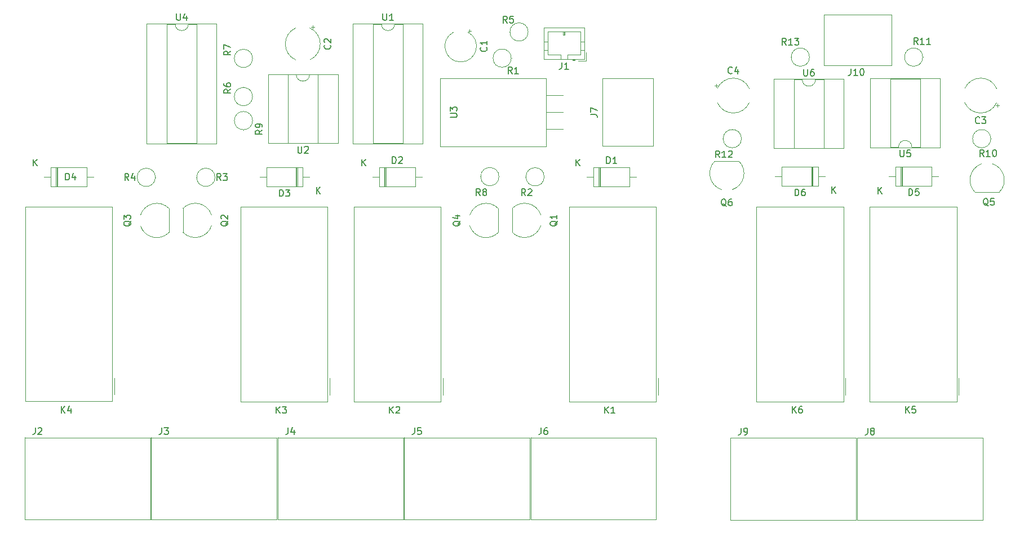
<source format=gbr>
%TF.GenerationSoftware,KiCad,Pcbnew,5.0.2-bee76a0~70~ubuntu16.04.1*%
%TF.CreationDate,2018-12-19T01:31:24+02:00*%
%TF.ProjectId,isolation-transformer,69736f6c-6174-4696-9f6e-2d7472616e73,rev?*%
%TF.SameCoordinates,Original*%
%TF.FileFunction,Legend,Top*%
%TF.FilePolarity,Positive*%
%FSLAX46Y46*%
G04 Gerber Fmt 4.6, Leading zero omitted, Abs format (unit mm)*
G04 Created by KiCad (PCBNEW 5.0.2-bee76a0~70~ubuntu16.04.1) date Wed 19 Dec 2018 01:31:24 AM EET*
%MOMM*%
%LPD*%
G01*
G04 APERTURE LIST*
%ADD10C,0.120000*%
%ADD11C,0.150000*%
G04 APERTURE END LIST*
D10*
X143340000Y-41003600D02*
X143340000Y-48623600D01*
X143340000Y-48623600D02*
X153500000Y-48623600D01*
X153500000Y-48623600D02*
X153500000Y-41003600D01*
X153500000Y-41003600D02*
X143340000Y-41003600D01*
X117710000Y-50557600D02*
X110090000Y-50557600D01*
X110090000Y-50557600D02*
X110090000Y-60717600D01*
X110090000Y-60717600D02*
X117710000Y-60717600D01*
X117710000Y-60717600D02*
X117710000Y-50557600D01*
X80137000Y-104521000D02*
X61264800Y-104521000D01*
X80137000Y-116840000D02*
X80137000Y-104521000D01*
X61264800Y-116840000D02*
X80137000Y-116840000D01*
X61264800Y-104495600D02*
X61264800Y-116840000D01*
X57485000Y-47545160D02*
G75*
G03X57485000Y-47545160I-1370000J0D01*
G01*
X56115000Y-46175160D02*
X56115000Y-46105160D01*
X56115000Y-51915560D02*
X56115000Y-51845560D01*
X57485000Y-53285560D02*
G75*
G03X57485000Y-53285560I-1370000J0D01*
G01*
X56115000Y-58262360D02*
X56115000Y-58332360D01*
X57485000Y-56892360D02*
G75*
G03X57485000Y-56892360I-1370000J0D01*
G01*
X96347000Y-47509600D02*
X96417000Y-47509600D01*
X96347000Y-47509600D02*
G75*
G03X96347000Y-47509600I-1370000J0D01*
G01*
X96147000Y-43572600D02*
X96077000Y-43572600D01*
X98887000Y-43572600D02*
G75*
G03X98887000Y-43572600I-1370000J0D01*
G01*
X101574000Y-53097600D02*
X104114000Y-53097600D01*
X101574000Y-55637600D02*
X104114000Y-55637600D01*
X101574000Y-58177600D02*
X104114000Y-58177600D01*
X85684000Y-50517600D02*
X101574000Y-50517600D01*
X85684000Y-60757600D02*
X101574000Y-60757600D01*
X85684000Y-60757600D02*
X85684000Y-50517600D01*
X101574000Y-60757600D02*
X101574000Y-50517600D01*
X98560000Y-65340400D02*
X98490000Y-65340400D01*
X101300000Y-65340400D02*
G75*
G03X101300000Y-65340400I-1370000J0D01*
G01*
X91765500Y-65312460D02*
X91695500Y-65312460D01*
X94505500Y-65312460D02*
G75*
G03X94505500Y-65312460I-1370000J0D01*
G01*
X49093500Y-65416600D02*
X49023500Y-65416600D01*
X51833500Y-65416600D02*
G75*
G03X51833500Y-65416600I-1370000J0D01*
G01*
X42880000Y-65416600D02*
X42950000Y-65416600D01*
X42880000Y-65416600D02*
G75*
G03X42880000Y-65416600I-1370000J0D01*
G01*
X87694000Y-43591860D02*
G75*
G03X89814000Y-43591859I1060000J-2119740D01*
G01*
X90089000Y-43174312D02*
X90089000Y-43624312D01*
X90314000Y-43399312D02*
X89864000Y-43399312D01*
X66755400Y-42816785D02*
X66255400Y-42816785D01*
X66505400Y-42566785D02*
X66505400Y-43066785D01*
X63970400Y-47767557D02*
G75*
G02X63970400Y-42975563I1060000J2395997D01*
G01*
X66090400Y-47767557D02*
G75*
G03X66090400Y-42975563I-1060000J2395997D01*
G01*
X109483500Y-63883100D02*
X109483500Y-66823100D01*
X109723500Y-63883100D02*
X109723500Y-66823100D01*
X109603500Y-63883100D02*
X109603500Y-66823100D01*
X115163500Y-65353100D02*
X114143500Y-65353100D01*
X107683500Y-65353100D02*
X108703500Y-65353100D01*
X114143500Y-63883100D02*
X108703500Y-63883100D01*
X114143500Y-66823100D02*
X114143500Y-63883100D01*
X108703500Y-66823100D02*
X114143500Y-66823100D01*
X108703500Y-63883100D02*
X108703500Y-66823100D01*
X76509000Y-63883100D02*
X76509000Y-66823100D01*
X76509000Y-66823100D02*
X81949000Y-66823100D01*
X81949000Y-66823100D02*
X81949000Y-63883100D01*
X81949000Y-63883100D02*
X76509000Y-63883100D01*
X75489000Y-65353100D02*
X76509000Y-65353100D01*
X82969000Y-65353100D02*
X81949000Y-65353100D01*
X77409000Y-63883100D02*
X77409000Y-66823100D01*
X77529000Y-63883100D02*
X77529000Y-66823100D01*
X77289000Y-63883100D02*
X77289000Y-66823100D01*
X64994500Y-66823100D02*
X64994500Y-63883100D01*
X64994500Y-63883100D02*
X59554500Y-63883100D01*
X59554500Y-63883100D02*
X59554500Y-66823100D01*
X59554500Y-66823100D02*
X64994500Y-66823100D01*
X66014500Y-65353100D02*
X64994500Y-65353100D01*
X58534500Y-65353100D02*
X59554500Y-65353100D01*
X64094500Y-66823100D02*
X64094500Y-63883100D01*
X63974500Y-66823100D02*
X63974500Y-63883100D01*
X64214500Y-66823100D02*
X64214500Y-63883100D01*
X27949500Y-63883100D02*
X27949500Y-66823100D01*
X28189500Y-63883100D02*
X28189500Y-66823100D01*
X28069500Y-63883100D02*
X28069500Y-66823100D01*
X33629500Y-65353100D02*
X32609500Y-65353100D01*
X26149500Y-65353100D02*
X27169500Y-65353100D01*
X32609500Y-63883100D02*
X27169500Y-63883100D01*
X32609500Y-66823100D02*
X32609500Y-63883100D01*
X27169500Y-66823100D02*
X32609500Y-66823100D01*
X27169500Y-63883100D02*
X27169500Y-66823100D01*
X107324000Y-47627960D02*
X107324000Y-42907960D01*
X107324000Y-42907960D02*
X101204000Y-42907960D01*
X101204000Y-42907960D02*
X101204000Y-47627960D01*
X101204000Y-47627960D02*
X107324000Y-47627960D01*
X105564000Y-47627960D02*
X105564000Y-47827960D01*
X105564000Y-47827960D02*
X105864000Y-47827960D01*
X105864000Y-47827960D02*
X105864000Y-47627960D01*
X105564000Y-47727960D02*
X105864000Y-47727960D01*
X104764000Y-47627960D02*
X104764000Y-47017960D01*
X104764000Y-47017960D02*
X106714000Y-47017960D01*
X106714000Y-47017960D02*
X106714000Y-43517960D01*
X106714000Y-43517960D02*
X101814000Y-43517960D01*
X101814000Y-43517960D02*
X101814000Y-47017960D01*
X101814000Y-47017960D02*
X103764000Y-47017960D01*
X103764000Y-47017960D02*
X103764000Y-47627960D01*
X107324000Y-46317960D02*
X106714000Y-46317960D01*
X107324000Y-45017960D02*
X106714000Y-45017960D01*
X101204000Y-46317960D02*
X101814000Y-46317960D01*
X101204000Y-45017960D02*
X101814000Y-45017960D01*
X104364000Y-43517960D02*
X104364000Y-44017960D01*
X104364000Y-44017960D02*
X104164000Y-44017960D01*
X104164000Y-44017960D02*
X104164000Y-43517960D01*
X104264000Y-43517960D02*
X104264000Y-44017960D01*
X106374000Y-47927960D02*
X107624000Y-47927960D01*
X107624000Y-47927960D02*
X107624000Y-46677960D01*
X42138600Y-104521000D02*
X23266400Y-104521000D01*
X42138600Y-116840000D02*
X42138600Y-104521000D01*
X23266400Y-116840000D02*
X42138600Y-116840000D01*
X23266400Y-104495600D02*
X23266400Y-116840000D01*
X61137800Y-104521000D02*
X42265600Y-104521000D01*
X61137800Y-116840000D02*
X61137800Y-104521000D01*
X42265600Y-116840000D02*
X61137800Y-116840000D01*
X42265600Y-104495600D02*
X42265600Y-116840000D01*
X80264000Y-104495600D02*
X80264000Y-116840000D01*
X80264000Y-116840000D02*
X99136200Y-116840000D01*
X99136200Y-116840000D02*
X99136200Y-104521000D01*
X99136200Y-104521000D02*
X80264000Y-104521000D01*
X118135400Y-104521000D02*
X99263200Y-104521000D01*
X118135400Y-116840000D02*
X118135400Y-104521000D01*
X99263200Y-116840000D02*
X118135400Y-116840000D01*
X99263200Y-104495600D02*
X99263200Y-116840000D01*
X118077000Y-99142600D02*
X105017000Y-99142600D01*
X105017000Y-99142600D02*
X105017000Y-69882600D01*
X105017000Y-69882600D02*
X118077000Y-69882600D01*
X118077000Y-69882600D02*
X118077000Y-99142600D01*
X118397000Y-98112600D02*
X118397000Y-95612600D01*
X86075500Y-98112600D02*
X86075500Y-95612600D01*
X85755500Y-69882600D02*
X85755500Y-99142600D01*
X72695500Y-69882600D02*
X85755500Y-69882600D01*
X72695500Y-99142600D02*
X72695500Y-69882600D01*
X85755500Y-99142600D02*
X72695500Y-99142600D01*
X68737500Y-99142600D02*
X55677500Y-99142600D01*
X55677500Y-99142600D02*
X55677500Y-69882600D01*
X55677500Y-69882600D02*
X68737500Y-69882600D01*
X68737500Y-69882600D02*
X68737500Y-99142600D01*
X69057500Y-98112600D02*
X69057500Y-95612600D01*
X36736000Y-98049100D02*
X36736000Y-95549100D01*
X36416000Y-69819100D02*
X36416000Y-99079100D01*
X23356000Y-69819100D02*
X36416000Y-69819100D01*
X23356000Y-99079100D02*
X23356000Y-69819100D01*
X36416000Y-99079100D02*
X23356000Y-99079100D01*
X96514816Y-73702045D02*
G75*
G03X100792500Y-72673600I1827684J1808445D01*
G01*
X96500759Y-70081725D02*
G75*
G02X100792500Y-71073600I1841741J-1811875D01*
G01*
X96492500Y-70093600D02*
X96492500Y-73693600D01*
X47026000Y-70093600D02*
X47026000Y-73693600D01*
X47034259Y-70081725D02*
G75*
G02X51326000Y-71073600I1841741J-1811875D01*
G01*
X47048316Y-73702045D02*
G75*
G03X51326000Y-72673600I1827684J1808445D01*
G01*
X44925184Y-70085155D02*
G75*
G03X40647500Y-71113600I-1827684J-1808445D01*
G01*
X44939241Y-73705475D02*
G75*
G02X40647500Y-72713600I-1841741J1811875D01*
G01*
X44947500Y-73693600D02*
X44947500Y-70093600D01*
X94414000Y-73693600D02*
X94414000Y-70093600D01*
X94405741Y-73705475D02*
G75*
G02X90114000Y-72713600I-1841741J1811875D01*
G01*
X94391684Y-70085155D02*
G75*
G03X90114000Y-71113600I-1827684J-1808445D01*
G01*
X83082000Y-42309600D02*
X72582000Y-42309600D01*
X83082000Y-60329600D02*
X83082000Y-42309600D01*
X72582000Y-60329600D02*
X83082000Y-60329600D01*
X72582000Y-42309600D02*
X72582000Y-60329600D01*
X80082000Y-42369600D02*
X78832000Y-42369600D01*
X80082000Y-60269600D02*
X80082000Y-42369600D01*
X75582000Y-60269600D02*
X80082000Y-60269600D01*
X75582000Y-42369600D02*
X75582000Y-60269600D01*
X76832000Y-42369600D02*
X75582000Y-42369600D01*
X78832000Y-42369600D02*
G75*
G02X76832000Y-42369600I-1000000J0D01*
G01*
X66055800Y-49974360D02*
G75*
G02X64055800Y-49974360I-1000000J0D01*
G01*
X64055800Y-49974360D02*
X62805800Y-49974360D01*
X62805800Y-49974360D02*
X62805800Y-60254360D01*
X62805800Y-60254360D02*
X67305800Y-60254360D01*
X67305800Y-60254360D02*
X67305800Y-49974360D01*
X67305800Y-49974360D02*
X66055800Y-49974360D01*
X59805800Y-49914360D02*
X59805800Y-60314360D01*
X59805800Y-60314360D02*
X70305800Y-60314360D01*
X70305800Y-60314360D02*
X70305800Y-49914360D01*
X70305800Y-49914360D02*
X59805800Y-49914360D01*
X47844000Y-42369600D02*
G75*
G02X45844000Y-42369600I-1000000J0D01*
G01*
X45844000Y-42369600D02*
X44594000Y-42369600D01*
X44594000Y-42369600D02*
X44594000Y-60269600D01*
X44594000Y-60269600D02*
X49094000Y-60269600D01*
X49094000Y-60269600D02*
X49094000Y-42369600D01*
X49094000Y-42369600D02*
X47844000Y-42369600D01*
X41594000Y-42309600D02*
X41594000Y-60329600D01*
X41594000Y-60329600D02*
X52094000Y-60329600D01*
X52094000Y-60329600D02*
X52094000Y-42309600D01*
X52094000Y-42309600D02*
X41594000Y-42309600D01*
X169429775Y-54857100D02*
X169429775Y-54357100D01*
X169679775Y-54607100D02*
X169179775Y-54607100D01*
X164479003Y-52072100D02*
G75*
G02X169270997Y-52072100I2395997J-1060000D01*
G01*
X164479003Y-54192100D02*
G75*
G03X169270997Y-54192100I2395997J1060000D01*
G01*
X132106997Y-52072100D02*
G75*
G03X127315003Y-52072100I-2395997J-1060000D01*
G01*
X132106997Y-54192100D02*
G75*
G02X127315003Y-54192100I-2395997J1060000D01*
G01*
X126906225Y-51657100D02*
X127406225Y-51657100D01*
X127156225Y-51407100D02*
X127156225Y-51907100D01*
X154862000Y-63790600D02*
X154862000Y-66730600D01*
X155102000Y-63790600D02*
X155102000Y-66730600D01*
X154982000Y-63790600D02*
X154982000Y-66730600D01*
X160542000Y-65260600D02*
X159522000Y-65260600D01*
X153062000Y-65260600D02*
X154082000Y-65260600D01*
X159522000Y-63790600D02*
X154082000Y-63790600D01*
X159522000Y-66730600D02*
X159522000Y-63790600D01*
X154082000Y-66730600D02*
X159522000Y-66730600D01*
X154082000Y-63790600D02*
X154082000Y-66730600D01*
X142440500Y-66730600D02*
X142440500Y-63790600D01*
X142440500Y-63790600D02*
X137000500Y-63790600D01*
X137000500Y-63790600D02*
X137000500Y-66730600D01*
X137000500Y-66730600D02*
X142440500Y-66730600D01*
X143460500Y-65260600D02*
X142440500Y-65260600D01*
X135980500Y-65260600D02*
X137000500Y-65260600D01*
X141540500Y-66730600D02*
X141540500Y-63790600D01*
X141420500Y-66730600D02*
X141420500Y-63790600D01*
X141660500Y-66730600D02*
X141660500Y-63790600D01*
X167190600Y-104579800D02*
X148318400Y-104579800D01*
X167190600Y-116898800D02*
X167190600Y-104579800D01*
X148318400Y-116898800D02*
X167190600Y-116898800D01*
X148318400Y-104554400D02*
X148318400Y-116898800D01*
X129268400Y-104554400D02*
X129268400Y-116898800D01*
X129268400Y-116898800D02*
X148140600Y-116898800D01*
X148140600Y-116898800D02*
X148140600Y-104579800D01*
X148140600Y-104579800D02*
X129268400Y-104579800D01*
X163585000Y-98083600D02*
X163585000Y-95583600D01*
X163265000Y-69853600D02*
X163265000Y-99113600D01*
X150205000Y-69853600D02*
X163265000Y-69853600D01*
X150205000Y-99113600D02*
X150205000Y-69853600D01*
X163265000Y-99113600D02*
X150205000Y-99113600D01*
X146247000Y-99113600D02*
X133187000Y-99113600D01*
X133187000Y-99113600D02*
X133187000Y-69853600D01*
X133187000Y-69853600D02*
X146247000Y-69853600D01*
X146247000Y-69853600D02*
X146247000Y-99113600D01*
X146567000Y-98083600D02*
X146567000Y-95583600D01*
X169659445Y-67659784D02*
G75*
G03X168631000Y-63382100I-1808445J1827684D01*
G01*
X166039125Y-67673841D02*
G75*
G02X167031000Y-63382100I1811875J1841741D01*
G01*
X166051000Y-67682100D02*
X169651000Y-67682100D01*
X130535000Y-62966100D02*
X126935000Y-62966100D01*
X130546875Y-62974359D02*
G75*
G02X129555000Y-67266100I-1811875J-1841741D01*
G01*
X126926555Y-62988416D02*
G75*
G03X127955000Y-67266100I1808445J-1827684D01*
G01*
X168395500Y-59609100D02*
G75*
G03X168395500Y-59609100I-1370000J0D01*
G01*
X168395500Y-59609100D02*
X168465500Y-59609100D01*
X158172000Y-47353600D02*
X158242000Y-47353600D01*
X158172000Y-47353600D02*
G75*
G03X158172000Y-47353600I-1370000J0D01*
G01*
X130930500Y-59609100D02*
G75*
G03X130930500Y-59609100I-1370000J0D01*
G01*
X128190500Y-59609100D02*
X128120500Y-59609100D01*
X138414000Y-47353600D02*
X138344000Y-47353600D01*
X141154000Y-47353600D02*
G75*
G03X141154000Y-47353600I-1370000J0D01*
G01*
X154532000Y-60875600D02*
G75*
G02X156532000Y-60875600I1000000J0D01*
G01*
X156532000Y-60875600D02*
X157782000Y-60875600D01*
X157782000Y-60875600D02*
X157782000Y-50595600D01*
X157782000Y-50595600D02*
X153282000Y-50595600D01*
X153282000Y-50595600D02*
X153282000Y-60875600D01*
X153282000Y-60875600D02*
X154532000Y-60875600D01*
X160782000Y-60935600D02*
X160782000Y-50535600D01*
X160782000Y-50535600D02*
X150282000Y-50535600D01*
X150282000Y-50535600D02*
X150282000Y-60935600D01*
X150282000Y-60935600D02*
X160782000Y-60935600D01*
X146304000Y-50662600D02*
X135804000Y-50662600D01*
X146304000Y-61062600D02*
X146304000Y-50662600D01*
X135804000Y-61062600D02*
X146304000Y-61062600D01*
X135804000Y-50662600D02*
X135804000Y-61062600D01*
X143304000Y-50722600D02*
X142054000Y-50722600D01*
X143304000Y-61002600D02*
X143304000Y-50722600D01*
X138804000Y-61002600D02*
X143304000Y-61002600D01*
X138804000Y-50722600D02*
X138804000Y-61002600D01*
X140054000Y-50722600D02*
X138804000Y-50722600D01*
X142054000Y-50722600D02*
G75*
G02X140054000Y-50722600I-1000000J0D01*
G01*
D11*
X147380476Y-49091980D02*
X147380476Y-49806266D01*
X147332857Y-49949123D01*
X147237619Y-50044361D01*
X147094761Y-50091980D01*
X146999523Y-50091980D01*
X148380476Y-50091980D02*
X147809047Y-50091980D01*
X148094761Y-50091980D02*
X148094761Y-49091980D01*
X147999523Y-49234838D01*
X147904285Y-49330076D01*
X147809047Y-49377695D01*
X148999523Y-49091980D02*
X149094761Y-49091980D01*
X149190000Y-49139600D01*
X149237619Y-49187219D01*
X149285238Y-49282457D01*
X149332857Y-49472933D01*
X149332857Y-49711028D01*
X149285238Y-49901504D01*
X149237619Y-49996742D01*
X149190000Y-50044361D01*
X149094761Y-50091980D01*
X148999523Y-50091980D01*
X148904285Y-50044361D01*
X148856666Y-49996742D01*
X148809047Y-49901504D01*
X148761428Y-49711028D01*
X148761428Y-49472933D01*
X148809047Y-49282457D01*
X148856666Y-49187219D01*
X148904285Y-49139600D01*
X148999523Y-49091980D01*
X108272380Y-55970933D02*
X108986666Y-55970933D01*
X109129523Y-56018552D01*
X109224761Y-56113790D01*
X109272380Y-56256647D01*
X109272380Y-56351885D01*
X108272380Y-55589980D02*
X108272380Y-54923314D01*
X109272380Y-55351885D01*
X62836466Y-103033580D02*
X62836466Y-103747866D01*
X62788847Y-103890723D01*
X62693609Y-103985961D01*
X62550752Y-104033580D01*
X62455514Y-104033580D01*
X63741228Y-103366914D02*
X63741228Y-104033580D01*
X63503133Y-102985961D02*
X63265038Y-103700247D01*
X63884085Y-103700247D01*
X54197380Y-46441826D02*
X53721190Y-46775160D01*
X54197380Y-47013255D02*
X53197380Y-47013255D01*
X53197380Y-46632302D01*
X53245000Y-46537064D01*
X53292619Y-46489445D01*
X53387857Y-46441826D01*
X53530714Y-46441826D01*
X53625952Y-46489445D01*
X53673571Y-46537064D01*
X53721190Y-46632302D01*
X53721190Y-47013255D01*
X53197380Y-46108493D02*
X53197380Y-45441826D01*
X54197380Y-45870398D01*
X54197380Y-52182226D02*
X53721190Y-52515560D01*
X54197380Y-52753655D02*
X53197380Y-52753655D01*
X53197380Y-52372702D01*
X53245000Y-52277464D01*
X53292619Y-52229845D01*
X53387857Y-52182226D01*
X53530714Y-52182226D01*
X53625952Y-52229845D01*
X53673571Y-52277464D01*
X53721190Y-52372702D01*
X53721190Y-52753655D01*
X53197380Y-51325083D02*
X53197380Y-51515560D01*
X53245000Y-51610798D01*
X53292619Y-51658417D01*
X53435476Y-51753655D01*
X53625952Y-51801274D01*
X54006904Y-51801274D01*
X54102142Y-51753655D01*
X54149761Y-51706036D01*
X54197380Y-51610798D01*
X54197380Y-51420321D01*
X54149761Y-51325083D01*
X54102142Y-51277464D01*
X54006904Y-51229845D01*
X53768809Y-51229845D01*
X53673571Y-51277464D01*
X53625952Y-51325083D01*
X53578333Y-51420321D01*
X53578333Y-51610798D01*
X53625952Y-51706036D01*
X53673571Y-51753655D01*
X53768809Y-51801274D01*
X58937380Y-58329026D02*
X58461190Y-58662360D01*
X58937380Y-58900455D02*
X57937380Y-58900455D01*
X57937380Y-58519502D01*
X57985000Y-58424264D01*
X58032619Y-58376645D01*
X58127857Y-58329026D01*
X58270714Y-58329026D01*
X58365952Y-58376645D01*
X58413571Y-58424264D01*
X58461190Y-58519502D01*
X58461190Y-58900455D01*
X58937380Y-57852836D02*
X58937380Y-57662360D01*
X58889761Y-57567121D01*
X58842142Y-57519502D01*
X58699285Y-57424264D01*
X58508809Y-57376645D01*
X58127857Y-57376645D01*
X58032619Y-57424264D01*
X57985000Y-57471883D01*
X57937380Y-57567121D01*
X57937380Y-57757598D01*
X57985000Y-57852836D01*
X58032619Y-57900455D01*
X58127857Y-57948074D01*
X58365952Y-57948074D01*
X58461190Y-57900455D01*
X58508809Y-57852836D01*
X58556428Y-57757598D01*
X58556428Y-57567121D01*
X58508809Y-57471883D01*
X58461190Y-57424264D01*
X58365952Y-57376645D01*
X96471493Y-49836500D02*
X96138160Y-49360310D01*
X95900064Y-49836500D02*
X95900064Y-48836500D01*
X96281017Y-48836500D01*
X96376255Y-48884120D01*
X96423874Y-48931739D01*
X96471493Y-49026977D01*
X96471493Y-49169834D01*
X96423874Y-49265072D01*
X96376255Y-49312691D01*
X96281017Y-49360310D01*
X95900064Y-49360310D01*
X97423874Y-49836500D02*
X96852445Y-49836500D01*
X97138160Y-49836500D02*
X97138160Y-48836500D01*
X97042921Y-48979358D01*
X96947683Y-49074596D01*
X96852445Y-49122215D01*
X95737433Y-42201260D02*
X95404100Y-41725070D01*
X95166004Y-42201260D02*
X95166004Y-41201260D01*
X95546957Y-41201260D01*
X95642195Y-41248880D01*
X95689814Y-41296499D01*
X95737433Y-41391737D01*
X95737433Y-41534594D01*
X95689814Y-41629832D01*
X95642195Y-41677451D01*
X95546957Y-41725070D01*
X95166004Y-41725070D01*
X96642195Y-41201260D02*
X96166004Y-41201260D01*
X96118385Y-41677451D01*
X96166004Y-41629832D01*
X96261242Y-41582213D01*
X96499338Y-41582213D01*
X96594576Y-41629832D01*
X96642195Y-41677451D01*
X96689814Y-41772689D01*
X96689814Y-42010784D01*
X96642195Y-42106022D01*
X96594576Y-42153641D01*
X96499338Y-42201260D01*
X96261242Y-42201260D01*
X96166004Y-42153641D01*
X96118385Y-42106022D01*
X87190380Y-56399504D02*
X87999904Y-56399504D01*
X88095142Y-56351885D01*
X88142761Y-56304266D01*
X88190380Y-56209028D01*
X88190380Y-56018552D01*
X88142761Y-55923314D01*
X88095142Y-55875695D01*
X87999904Y-55828076D01*
X87190380Y-55828076D01*
X87190380Y-55447123D02*
X87190380Y-54828076D01*
X87571333Y-55161409D01*
X87571333Y-55018552D01*
X87618952Y-54923314D01*
X87666571Y-54875695D01*
X87761809Y-54828076D01*
X87999904Y-54828076D01*
X88095142Y-54875695D01*
X88142761Y-54923314D01*
X88190380Y-55018552D01*
X88190380Y-55304266D01*
X88142761Y-55399504D01*
X88095142Y-55447123D01*
X98493333Y-68162780D02*
X98160000Y-67686590D01*
X97921904Y-68162780D02*
X97921904Y-67162780D01*
X98302857Y-67162780D01*
X98398095Y-67210400D01*
X98445714Y-67258019D01*
X98493333Y-67353257D01*
X98493333Y-67496114D01*
X98445714Y-67591352D01*
X98398095Y-67638971D01*
X98302857Y-67686590D01*
X97921904Y-67686590D01*
X98874285Y-67258019D02*
X98921904Y-67210400D01*
X99017142Y-67162780D01*
X99255238Y-67162780D01*
X99350476Y-67210400D01*
X99398095Y-67258019D01*
X99445714Y-67353257D01*
X99445714Y-67448495D01*
X99398095Y-67591352D01*
X98826666Y-68162780D01*
X99445714Y-68162780D01*
X91698833Y-68134840D02*
X91365500Y-67658650D01*
X91127404Y-68134840D02*
X91127404Y-67134840D01*
X91508357Y-67134840D01*
X91603595Y-67182460D01*
X91651214Y-67230079D01*
X91698833Y-67325317D01*
X91698833Y-67468174D01*
X91651214Y-67563412D01*
X91603595Y-67611031D01*
X91508357Y-67658650D01*
X91127404Y-67658650D01*
X92270261Y-67563412D02*
X92175023Y-67515793D01*
X92127404Y-67468174D01*
X92079785Y-67372936D01*
X92079785Y-67325317D01*
X92127404Y-67230079D01*
X92175023Y-67182460D01*
X92270261Y-67134840D01*
X92460738Y-67134840D01*
X92555976Y-67182460D01*
X92603595Y-67230079D01*
X92651214Y-67325317D01*
X92651214Y-67372936D01*
X92603595Y-67468174D01*
X92555976Y-67515793D01*
X92460738Y-67563412D01*
X92270261Y-67563412D01*
X92175023Y-67611031D01*
X92127404Y-67658650D01*
X92079785Y-67753888D01*
X92079785Y-67944364D01*
X92127404Y-68039602D01*
X92175023Y-68087221D01*
X92270261Y-68134840D01*
X92460738Y-68134840D01*
X92555976Y-68087221D01*
X92603595Y-68039602D01*
X92651214Y-67944364D01*
X92651214Y-67753888D01*
X92603595Y-67658650D01*
X92555976Y-67611031D01*
X92460738Y-67563412D01*
X52730153Y-65874060D02*
X52396820Y-65397870D01*
X52158724Y-65874060D02*
X52158724Y-64874060D01*
X52539677Y-64874060D01*
X52634915Y-64921680D01*
X52682534Y-64969299D01*
X52730153Y-65064537D01*
X52730153Y-65207394D01*
X52682534Y-65302632D01*
X52634915Y-65350251D01*
X52539677Y-65397870D01*
X52158724Y-65397870D01*
X53063486Y-64874060D02*
X53682534Y-64874060D01*
X53349200Y-65255013D01*
X53492058Y-65255013D01*
X53587296Y-65302632D01*
X53634915Y-65350251D01*
X53682534Y-65445489D01*
X53682534Y-65683584D01*
X53634915Y-65778822D01*
X53587296Y-65826441D01*
X53492058Y-65874060D01*
X53206343Y-65874060D01*
X53111105Y-65826441D01*
X53063486Y-65778822D01*
X38882073Y-65846120D02*
X38548740Y-65369930D01*
X38310644Y-65846120D02*
X38310644Y-64846120D01*
X38691597Y-64846120D01*
X38786835Y-64893740D01*
X38834454Y-64941359D01*
X38882073Y-65036597D01*
X38882073Y-65179454D01*
X38834454Y-65274692D01*
X38786835Y-65322311D01*
X38691597Y-65369930D01*
X38310644Y-65369930D01*
X39739216Y-65179454D02*
X39739216Y-65846120D01*
X39501120Y-64798501D02*
X39263025Y-65512787D01*
X39882073Y-65512787D01*
X92611142Y-45878266D02*
X92658761Y-45925885D01*
X92706380Y-46068742D01*
X92706380Y-46163980D01*
X92658761Y-46306838D01*
X92563523Y-46402076D01*
X92468285Y-46449695D01*
X92277809Y-46497314D01*
X92134952Y-46497314D01*
X91944476Y-46449695D01*
X91849238Y-46402076D01*
X91754000Y-46306838D01*
X91706380Y-46163980D01*
X91706380Y-46068742D01*
X91754000Y-45925885D01*
X91801619Y-45878266D01*
X92706380Y-44925885D02*
X92706380Y-45497314D01*
X92706380Y-45211600D02*
X91706380Y-45211600D01*
X91849238Y-45306838D01*
X91944476Y-45402076D01*
X91992095Y-45497314D01*
X69137542Y-45538226D02*
X69185161Y-45585845D01*
X69232780Y-45728702D01*
X69232780Y-45823940D01*
X69185161Y-45966798D01*
X69089923Y-46062036D01*
X68994685Y-46109655D01*
X68804209Y-46157274D01*
X68661352Y-46157274D01*
X68470876Y-46109655D01*
X68375638Y-46062036D01*
X68280400Y-45966798D01*
X68232780Y-45823940D01*
X68232780Y-45728702D01*
X68280400Y-45585845D01*
X68328019Y-45538226D01*
X68328019Y-45157274D02*
X68280400Y-45109655D01*
X68232780Y-45014417D01*
X68232780Y-44776321D01*
X68280400Y-44681083D01*
X68328019Y-44633464D01*
X68423257Y-44585845D01*
X68518495Y-44585845D01*
X68661352Y-44633464D01*
X69232780Y-45204893D01*
X69232780Y-44585845D01*
X110685404Y-63335480D02*
X110685404Y-62335480D01*
X110923500Y-62335480D01*
X111066357Y-62383100D01*
X111161595Y-62478338D01*
X111209214Y-62573576D01*
X111256833Y-62764052D01*
X111256833Y-62906909D01*
X111209214Y-63097385D01*
X111161595Y-63192623D01*
X111066357Y-63287861D01*
X110923500Y-63335480D01*
X110685404Y-63335480D01*
X112209214Y-63335480D02*
X111637785Y-63335480D01*
X111923500Y-63335480D02*
X111923500Y-62335480D01*
X111828261Y-62478338D01*
X111733023Y-62573576D01*
X111637785Y-62621195D01*
X106081595Y-63705480D02*
X106081595Y-62705480D01*
X106653023Y-63705480D02*
X106224452Y-63134052D01*
X106653023Y-62705480D02*
X106081595Y-63276909D01*
X78490904Y-63335480D02*
X78490904Y-62335480D01*
X78729000Y-62335480D01*
X78871857Y-62383100D01*
X78967095Y-62478338D01*
X79014714Y-62573576D01*
X79062333Y-62764052D01*
X79062333Y-62906909D01*
X79014714Y-63097385D01*
X78967095Y-63192623D01*
X78871857Y-63287861D01*
X78729000Y-63335480D01*
X78490904Y-63335480D01*
X79443285Y-62430719D02*
X79490904Y-62383100D01*
X79586142Y-62335480D01*
X79824238Y-62335480D01*
X79919476Y-62383100D01*
X79967095Y-62430719D01*
X80014714Y-62525957D01*
X80014714Y-62621195D01*
X79967095Y-62764052D01*
X79395666Y-63335480D01*
X80014714Y-63335480D01*
X73887095Y-63705480D02*
X73887095Y-62705480D01*
X74458523Y-63705480D02*
X74029952Y-63134052D01*
X74458523Y-62705480D02*
X73887095Y-63276909D01*
X61536404Y-68275480D02*
X61536404Y-67275480D01*
X61774500Y-67275480D01*
X61917357Y-67323100D01*
X62012595Y-67418338D01*
X62060214Y-67513576D01*
X62107833Y-67704052D01*
X62107833Y-67846909D01*
X62060214Y-68037385D01*
X62012595Y-68132623D01*
X61917357Y-68227861D01*
X61774500Y-68275480D01*
X61536404Y-68275480D01*
X62441166Y-67275480D02*
X63060214Y-67275480D01*
X62726880Y-67656433D01*
X62869738Y-67656433D01*
X62964976Y-67704052D01*
X63012595Y-67751671D01*
X63060214Y-67846909D01*
X63060214Y-68085004D01*
X63012595Y-68180242D01*
X62964976Y-68227861D01*
X62869738Y-68275480D01*
X62584023Y-68275480D01*
X62488785Y-68227861D01*
X62441166Y-68180242D01*
X67092595Y-67905480D02*
X67092595Y-66905480D01*
X67664023Y-67905480D02*
X67235452Y-67334052D01*
X67664023Y-66905480D02*
X67092595Y-67476909D01*
X29397784Y-65813100D02*
X29397784Y-64813100D01*
X29635880Y-64813100D01*
X29778737Y-64860720D01*
X29873975Y-64955958D01*
X29921594Y-65051196D01*
X29969213Y-65241672D01*
X29969213Y-65384529D01*
X29921594Y-65575005D01*
X29873975Y-65670243D01*
X29778737Y-65765481D01*
X29635880Y-65813100D01*
X29397784Y-65813100D01*
X30826356Y-65146434D02*
X30826356Y-65813100D01*
X30588260Y-64765481D02*
X30350165Y-65479767D01*
X30969213Y-65479767D01*
X24547595Y-63705480D02*
X24547595Y-62705480D01*
X25119023Y-63705480D02*
X24690452Y-63134052D01*
X25119023Y-62705480D02*
X24547595Y-63276909D01*
X103930666Y-48170340D02*
X103930666Y-48884626D01*
X103883047Y-49027483D01*
X103787809Y-49122721D01*
X103644952Y-49170340D01*
X103549714Y-49170340D01*
X104930666Y-49170340D02*
X104359238Y-49170340D01*
X104644952Y-49170340D02*
X104644952Y-48170340D01*
X104549714Y-48313198D01*
X104454476Y-48408436D01*
X104359238Y-48456055D01*
X24838066Y-103033580D02*
X24838066Y-103747866D01*
X24790447Y-103890723D01*
X24695209Y-103985961D01*
X24552352Y-104033580D01*
X24457114Y-104033580D01*
X25266638Y-103128819D02*
X25314257Y-103081200D01*
X25409495Y-103033580D01*
X25647590Y-103033580D01*
X25742828Y-103081200D01*
X25790447Y-103128819D01*
X25838066Y-103224057D01*
X25838066Y-103319295D01*
X25790447Y-103462152D01*
X25219019Y-104033580D01*
X25838066Y-104033580D01*
X43837266Y-103033580D02*
X43837266Y-103747866D01*
X43789647Y-103890723D01*
X43694409Y-103985961D01*
X43551552Y-104033580D01*
X43456314Y-104033580D01*
X44218219Y-103033580D02*
X44837266Y-103033580D01*
X44503933Y-103414533D01*
X44646790Y-103414533D01*
X44742028Y-103462152D01*
X44789647Y-103509771D01*
X44837266Y-103605009D01*
X44837266Y-103843104D01*
X44789647Y-103938342D01*
X44742028Y-103985961D01*
X44646790Y-104033580D01*
X44361076Y-104033580D01*
X44265838Y-103985961D01*
X44218219Y-103938342D01*
X81835666Y-103033580D02*
X81835666Y-103747866D01*
X81788047Y-103890723D01*
X81692809Y-103985961D01*
X81549952Y-104033580D01*
X81454714Y-104033580D01*
X82788047Y-103033580D02*
X82311857Y-103033580D01*
X82264238Y-103509771D01*
X82311857Y-103462152D01*
X82407095Y-103414533D01*
X82645190Y-103414533D01*
X82740428Y-103462152D01*
X82788047Y-103509771D01*
X82835666Y-103605009D01*
X82835666Y-103843104D01*
X82788047Y-103938342D01*
X82740428Y-103985961D01*
X82645190Y-104033580D01*
X82407095Y-104033580D01*
X82311857Y-103985961D01*
X82264238Y-103938342D01*
X100834866Y-103033580D02*
X100834866Y-103747866D01*
X100787247Y-103890723D01*
X100692009Y-103985961D01*
X100549152Y-104033580D01*
X100453914Y-104033580D01*
X101739628Y-103033580D02*
X101549152Y-103033580D01*
X101453914Y-103081200D01*
X101406295Y-103128819D01*
X101311057Y-103271676D01*
X101263438Y-103462152D01*
X101263438Y-103843104D01*
X101311057Y-103938342D01*
X101358676Y-103985961D01*
X101453914Y-104033580D01*
X101644390Y-104033580D01*
X101739628Y-103985961D01*
X101787247Y-103938342D01*
X101834866Y-103843104D01*
X101834866Y-103605009D01*
X101787247Y-103509771D01*
X101739628Y-103462152D01*
X101644390Y-103414533D01*
X101453914Y-103414533D01*
X101358676Y-103462152D01*
X101311057Y-103509771D01*
X101263438Y-103605009D01*
X110408904Y-100864980D02*
X110408904Y-99864980D01*
X110980333Y-100864980D02*
X110551761Y-100293552D01*
X110980333Y-99864980D02*
X110408904Y-100436409D01*
X111932714Y-100864980D02*
X111361285Y-100864980D01*
X111647000Y-100864980D02*
X111647000Y-99864980D01*
X111551761Y-100007838D01*
X111456523Y-100103076D01*
X111361285Y-100150695D01*
X78087404Y-100864980D02*
X78087404Y-99864980D01*
X78658833Y-100864980D02*
X78230261Y-100293552D01*
X78658833Y-99864980D02*
X78087404Y-100436409D01*
X79039785Y-99960219D02*
X79087404Y-99912600D01*
X79182642Y-99864980D01*
X79420738Y-99864980D01*
X79515976Y-99912600D01*
X79563595Y-99960219D01*
X79611214Y-100055457D01*
X79611214Y-100150695D01*
X79563595Y-100293552D01*
X78992166Y-100864980D01*
X79611214Y-100864980D01*
X61069404Y-100864980D02*
X61069404Y-99864980D01*
X61640833Y-100864980D02*
X61212261Y-100293552D01*
X61640833Y-99864980D02*
X61069404Y-100436409D01*
X61974166Y-99864980D02*
X62593214Y-99864980D01*
X62259880Y-100245933D01*
X62402738Y-100245933D01*
X62497976Y-100293552D01*
X62545595Y-100341171D01*
X62593214Y-100436409D01*
X62593214Y-100674504D01*
X62545595Y-100769742D01*
X62497976Y-100817361D01*
X62402738Y-100864980D01*
X62117023Y-100864980D01*
X62021785Y-100817361D01*
X61974166Y-100769742D01*
X28747904Y-100801480D02*
X28747904Y-99801480D01*
X29319333Y-100801480D02*
X28890761Y-100230052D01*
X29319333Y-99801480D02*
X28747904Y-100372909D01*
X30176476Y-100134814D02*
X30176476Y-100801480D01*
X29938380Y-99753861D02*
X29700285Y-100468147D01*
X30319333Y-100468147D01*
X103290119Y-71988838D02*
X103242500Y-72084076D01*
X103147261Y-72179314D01*
X103004404Y-72322171D01*
X102956785Y-72417409D01*
X102956785Y-72512647D01*
X103194880Y-72465028D02*
X103147261Y-72560266D01*
X103052023Y-72655504D01*
X102861547Y-72703123D01*
X102528214Y-72703123D01*
X102337738Y-72655504D01*
X102242500Y-72560266D01*
X102194880Y-72465028D01*
X102194880Y-72274552D01*
X102242500Y-72179314D01*
X102337738Y-72084076D01*
X102528214Y-72036457D01*
X102861547Y-72036457D01*
X103052023Y-72084076D01*
X103147261Y-72179314D01*
X103194880Y-72274552D01*
X103194880Y-72465028D01*
X103194880Y-71084076D02*
X103194880Y-71655504D01*
X103194880Y-71369790D02*
X102194880Y-71369790D01*
X102337738Y-71465028D01*
X102432976Y-71560266D01*
X102480595Y-71655504D01*
X53823619Y-71988838D02*
X53776000Y-72084076D01*
X53680761Y-72179314D01*
X53537904Y-72322171D01*
X53490285Y-72417409D01*
X53490285Y-72512647D01*
X53728380Y-72465028D02*
X53680761Y-72560266D01*
X53585523Y-72655504D01*
X53395047Y-72703123D01*
X53061714Y-72703123D01*
X52871238Y-72655504D01*
X52776000Y-72560266D01*
X52728380Y-72465028D01*
X52728380Y-72274552D01*
X52776000Y-72179314D01*
X52871238Y-72084076D01*
X53061714Y-72036457D01*
X53395047Y-72036457D01*
X53585523Y-72084076D01*
X53680761Y-72179314D01*
X53728380Y-72274552D01*
X53728380Y-72465028D01*
X52823619Y-71655504D02*
X52776000Y-71607885D01*
X52728380Y-71512647D01*
X52728380Y-71274552D01*
X52776000Y-71179314D01*
X52823619Y-71131695D01*
X52918857Y-71084076D01*
X53014095Y-71084076D01*
X53156952Y-71131695D01*
X53728380Y-71703123D01*
X53728380Y-71084076D01*
X39245119Y-71988838D02*
X39197500Y-72084076D01*
X39102261Y-72179314D01*
X38959404Y-72322171D01*
X38911785Y-72417409D01*
X38911785Y-72512647D01*
X39149880Y-72465028D02*
X39102261Y-72560266D01*
X39007023Y-72655504D01*
X38816547Y-72703123D01*
X38483214Y-72703123D01*
X38292738Y-72655504D01*
X38197500Y-72560266D01*
X38149880Y-72465028D01*
X38149880Y-72274552D01*
X38197500Y-72179314D01*
X38292738Y-72084076D01*
X38483214Y-72036457D01*
X38816547Y-72036457D01*
X39007023Y-72084076D01*
X39102261Y-72179314D01*
X39149880Y-72274552D01*
X39149880Y-72465028D01*
X38149880Y-71703123D02*
X38149880Y-71084076D01*
X38530833Y-71417409D01*
X38530833Y-71274552D01*
X38578452Y-71179314D01*
X38626071Y-71131695D01*
X38721309Y-71084076D01*
X38959404Y-71084076D01*
X39054642Y-71131695D01*
X39102261Y-71179314D01*
X39149880Y-71274552D01*
X39149880Y-71560266D01*
X39102261Y-71655504D01*
X39054642Y-71703123D01*
X88711619Y-71988838D02*
X88664000Y-72084076D01*
X88568761Y-72179314D01*
X88425904Y-72322171D01*
X88378285Y-72417409D01*
X88378285Y-72512647D01*
X88616380Y-72465028D02*
X88568761Y-72560266D01*
X88473523Y-72655504D01*
X88283047Y-72703123D01*
X87949714Y-72703123D01*
X87759238Y-72655504D01*
X87664000Y-72560266D01*
X87616380Y-72465028D01*
X87616380Y-72274552D01*
X87664000Y-72179314D01*
X87759238Y-72084076D01*
X87949714Y-72036457D01*
X88283047Y-72036457D01*
X88473523Y-72084076D01*
X88568761Y-72179314D01*
X88616380Y-72274552D01*
X88616380Y-72465028D01*
X87949714Y-71179314D02*
X88616380Y-71179314D01*
X87568761Y-71417409D02*
X88283047Y-71655504D01*
X88283047Y-71036457D01*
X77070095Y-40821980D02*
X77070095Y-41631504D01*
X77117714Y-41726742D01*
X77165333Y-41774361D01*
X77260571Y-41821980D01*
X77451047Y-41821980D01*
X77546285Y-41774361D01*
X77593904Y-41726742D01*
X77641523Y-41631504D01*
X77641523Y-40821980D01*
X78641523Y-41821980D02*
X78070095Y-41821980D01*
X78355809Y-41821980D02*
X78355809Y-40821980D01*
X78260571Y-40964838D01*
X78165333Y-41060076D01*
X78070095Y-41107695D01*
X64293895Y-60775980D02*
X64293895Y-61585504D01*
X64341514Y-61680742D01*
X64389133Y-61728361D01*
X64484371Y-61775980D01*
X64674847Y-61775980D01*
X64770085Y-61728361D01*
X64817704Y-61680742D01*
X64865323Y-61585504D01*
X64865323Y-60775980D01*
X65293895Y-60871219D02*
X65341514Y-60823600D01*
X65436752Y-60775980D01*
X65674847Y-60775980D01*
X65770085Y-60823600D01*
X65817704Y-60871219D01*
X65865323Y-60966457D01*
X65865323Y-61061695D01*
X65817704Y-61204552D01*
X65246276Y-61775980D01*
X65865323Y-61775980D01*
X46082095Y-40821980D02*
X46082095Y-41631504D01*
X46129714Y-41726742D01*
X46177333Y-41774361D01*
X46272571Y-41821980D01*
X46463047Y-41821980D01*
X46558285Y-41774361D01*
X46605904Y-41726742D01*
X46653523Y-41631504D01*
X46653523Y-40821980D01*
X47558285Y-41155314D02*
X47558285Y-41821980D01*
X47320190Y-40774361D02*
X47082095Y-41488647D01*
X47701142Y-41488647D01*
X166708333Y-57239242D02*
X166660714Y-57286861D01*
X166517857Y-57334480D01*
X166422619Y-57334480D01*
X166279761Y-57286861D01*
X166184523Y-57191623D01*
X166136904Y-57096385D01*
X166089285Y-56905909D01*
X166089285Y-56763052D01*
X166136904Y-56572576D01*
X166184523Y-56477338D01*
X166279761Y-56382100D01*
X166422619Y-56334480D01*
X166517857Y-56334480D01*
X166660714Y-56382100D01*
X166708333Y-56429719D01*
X167041666Y-56334480D02*
X167660714Y-56334480D01*
X167327380Y-56715433D01*
X167470238Y-56715433D01*
X167565476Y-56763052D01*
X167613095Y-56810671D01*
X167660714Y-56905909D01*
X167660714Y-57144004D01*
X167613095Y-57239242D01*
X167565476Y-57286861D01*
X167470238Y-57334480D01*
X167184523Y-57334480D01*
X167089285Y-57286861D01*
X167041666Y-57239242D01*
X129544333Y-49739242D02*
X129496714Y-49786861D01*
X129353857Y-49834480D01*
X129258619Y-49834480D01*
X129115761Y-49786861D01*
X129020523Y-49691623D01*
X128972904Y-49596385D01*
X128925285Y-49405909D01*
X128925285Y-49263052D01*
X128972904Y-49072576D01*
X129020523Y-48977338D01*
X129115761Y-48882100D01*
X129258619Y-48834480D01*
X129353857Y-48834480D01*
X129496714Y-48882100D01*
X129544333Y-48929719D01*
X130401476Y-49167814D02*
X130401476Y-49834480D01*
X130163380Y-48786861D02*
X129925285Y-49501147D01*
X130544333Y-49501147D01*
X156087904Y-68125980D02*
X156087904Y-67125980D01*
X156326000Y-67125980D01*
X156468857Y-67173600D01*
X156564095Y-67268838D01*
X156611714Y-67364076D01*
X156659333Y-67554552D01*
X156659333Y-67697409D01*
X156611714Y-67887885D01*
X156564095Y-67983123D01*
X156468857Y-68078361D01*
X156326000Y-68125980D01*
X156087904Y-68125980D01*
X157564095Y-67125980D02*
X157087904Y-67125980D01*
X157040285Y-67602171D01*
X157087904Y-67554552D01*
X157183142Y-67506933D01*
X157421238Y-67506933D01*
X157516476Y-67554552D01*
X157564095Y-67602171D01*
X157611714Y-67697409D01*
X157611714Y-67935504D01*
X157564095Y-68030742D01*
X157516476Y-68078361D01*
X157421238Y-68125980D01*
X157183142Y-68125980D01*
X157087904Y-68078361D01*
X157040285Y-68030742D01*
X151484095Y-67871980D02*
X151484095Y-66871980D01*
X152055523Y-67871980D02*
X151626952Y-67300552D01*
X152055523Y-66871980D02*
X151484095Y-67443409D01*
X138982404Y-68182980D02*
X138982404Y-67182980D01*
X139220500Y-67182980D01*
X139363357Y-67230600D01*
X139458595Y-67325838D01*
X139506214Y-67421076D01*
X139553833Y-67611552D01*
X139553833Y-67754409D01*
X139506214Y-67944885D01*
X139458595Y-68040123D01*
X139363357Y-68135361D01*
X139220500Y-68182980D01*
X138982404Y-68182980D01*
X140410976Y-67182980D02*
X140220500Y-67182980D01*
X140125261Y-67230600D01*
X140077642Y-67278219D01*
X139982404Y-67421076D01*
X139934785Y-67611552D01*
X139934785Y-67992504D01*
X139982404Y-68087742D01*
X140030023Y-68135361D01*
X140125261Y-68182980D01*
X140315738Y-68182980D01*
X140410976Y-68135361D01*
X140458595Y-68087742D01*
X140506214Y-67992504D01*
X140506214Y-67754409D01*
X140458595Y-67659171D01*
X140410976Y-67611552D01*
X140315738Y-67563933D01*
X140125261Y-67563933D01*
X140030023Y-67611552D01*
X139982404Y-67659171D01*
X139934785Y-67754409D01*
X144538595Y-67812980D02*
X144538595Y-66812980D01*
X145110023Y-67812980D02*
X144681452Y-67241552D01*
X145110023Y-66812980D02*
X144538595Y-67384409D01*
X149890066Y-103092380D02*
X149890066Y-103806666D01*
X149842447Y-103949523D01*
X149747209Y-104044761D01*
X149604352Y-104092380D01*
X149509114Y-104092380D01*
X150509114Y-103520952D02*
X150413876Y-103473333D01*
X150366257Y-103425714D01*
X150318638Y-103330476D01*
X150318638Y-103282857D01*
X150366257Y-103187619D01*
X150413876Y-103140000D01*
X150509114Y-103092380D01*
X150699590Y-103092380D01*
X150794828Y-103140000D01*
X150842447Y-103187619D01*
X150890066Y-103282857D01*
X150890066Y-103330476D01*
X150842447Y-103425714D01*
X150794828Y-103473333D01*
X150699590Y-103520952D01*
X150509114Y-103520952D01*
X150413876Y-103568571D01*
X150366257Y-103616190D01*
X150318638Y-103711428D01*
X150318638Y-103901904D01*
X150366257Y-103997142D01*
X150413876Y-104044761D01*
X150509114Y-104092380D01*
X150699590Y-104092380D01*
X150794828Y-104044761D01*
X150842447Y-103997142D01*
X150890066Y-103901904D01*
X150890066Y-103711428D01*
X150842447Y-103616190D01*
X150794828Y-103568571D01*
X150699590Y-103520952D01*
X130840066Y-103092380D02*
X130840066Y-103806666D01*
X130792447Y-103949523D01*
X130697209Y-104044761D01*
X130554352Y-104092380D01*
X130459114Y-104092380D01*
X131363876Y-104092380D02*
X131554352Y-104092380D01*
X131649590Y-104044761D01*
X131697209Y-103997142D01*
X131792447Y-103854285D01*
X131840066Y-103663809D01*
X131840066Y-103282857D01*
X131792447Y-103187619D01*
X131744828Y-103140000D01*
X131649590Y-103092380D01*
X131459114Y-103092380D01*
X131363876Y-103140000D01*
X131316257Y-103187619D01*
X131268638Y-103282857D01*
X131268638Y-103520952D01*
X131316257Y-103616190D01*
X131363876Y-103663809D01*
X131459114Y-103711428D01*
X131649590Y-103711428D01*
X131744828Y-103663809D01*
X131792447Y-103616190D01*
X131840066Y-103520952D01*
X155596904Y-100835980D02*
X155596904Y-99835980D01*
X156168333Y-100835980D02*
X155739761Y-100264552D01*
X156168333Y-99835980D02*
X155596904Y-100407409D01*
X157073095Y-99835980D02*
X156596904Y-99835980D01*
X156549285Y-100312171D01*
X156596904Y-100264552D01*
X156692142Y-100216933D01*
X156930238Y-100216933D01*
X157025476Y-100264552D01*
X157073095Y-100312171D01*
X157120714Y-100407409D01*
X157120714Y-100645504D01*
X157073095Y-100740742D01*
X157025476Y-100788361D01*
X156930238Y-100835980D01*
X156692142Y-100835980D01*
X156596904Y-100788361D01*
X156549285Y-100740742D01*
X138578904Y-100835980D02*
X138578904Y-99835980D01*
X139150333Y-100835980D02*
X138721761Y-100264552D01*
X139150333Y-99835980D02*
X138578904Y-100407409D01*
X140007476Y-99835980D02*
X139817000Y-99835980D01*
X139721761Y-99883600D01*
X139674142Y-99931219D01*
X139578904Y-100074076D01*
X139531285Y-100264552D01*
X139531285Y-100645504D01*
X139578904Y-100740742D01*
X139626523Y-100788361D01*
X139721761Y-100835980D01*
X139912238Y-100835980D01*
X140007476Y-100788361D01*
X140055095Y-100740742D01*
X140102714Y-100645504D01*
X140102714Y-100407409D01*
X140055095Y-100312171D01*
X140007476Y-100264552D01*
X139912238Y-100216933D01*
X139721761Y-100216933D01*
X139626523Y-100264552D01*
X139578904Y-100312171D01*
X139531285Y-100407409D01*
X168009761Y-69681719D02*
X167914523Y-69634100D01*
X167819285Y-69538861D01*
X167676428Y-69396004D01*
X167581190Y-69348385D01*
X167485952Y-69348385D01*
X167533571Y-69586480D02*
X167438333Y-69538861D01*
X167343095Y-69443623D01*
X167295476Y-69253147D01*
X167295476Y-68919814D01*
X167343095Y-68729338D01*
X167438333Y-68634100D01*
X167533571Y-68586480D01*
X167724047Y-68586480D01*
X167819285Y-68634100D01*
X167914523Y-68729338D01*
X167962142Y-68919814D01*
X167962142Y-69253147D01*
X167914523Y-69443623D01*
X167819285Y-69538861D01*
X167724047Y-69586480D01*
X167533571Y-69586480D01*
X168866904Y-68586480D02*
X168390714Y-68586480D01*
X168343095Y-69062671D01*
X168390714Y-69015052D01*
X168485952Y-68967433D01*
X168724047Y-68967433D01*
X168819285Y-69015052D01*
X168866904Y-69062671D01*
X168914523Y-69157909D01*
X168914523Y-69396004D01*
X168866904Y-69491242D01*
X168819285Y-69538861D01*
X168724047Y-69586480D01*
X168485952Y-69586480D01*
X168390714Y-69538861D01*
X168343095Y-69491242D01*
X128639761Y-69763719D02*
X128544523Y-69716100D01*
X128449285Y-69620861D01*
X128306428Y-69478004D01*
X128211190Y-69430385D01*
X128115952Y-69430385D01*
X128163571Y-69668480D02*
X128068333Y-69620861D01*
X127973095Y-69525623D01*
X127925476Y-69335147D01*
X127925476Y-69001814D01*
X127973095Y-68811338D01*
X128068333Y-68716100D01*
X128163571Y-68668480D01*
X128354047Y-68668480D01*
X128449285Y-68716100D01*
X128544523Y-68811338D01*
X128592142Y-69001814D01*
X128592142Y-69335147D01*
X128544523Y-69525623D01*
X128449285Y-69620861D01*
X128354047Y-69668480D01*
X128163571Y-69668480D01*
X129449285Y-68668480D02*
X129258809Y-68668480D01*
X129163571Y-68716100D01*
X129115952Y-68763719D01*
X129020714Y-68906576D01*
X128973095Y-69097052D01*
X128973095Y-69478004D01*
X129020714Y-69573242D01*
X129068333Y-69620861D01*
X129163571Y-69668480D01*
X129354047Y-69668480D01*
X129449285Y-69620861D01*
X129496904Y-69573242D01*
X129544523Y-69478004D01*
X129544523Y-69239909D01*
X129496904Y-69144671D01*
X129449285Y-69097052D01*
X129354047Y-69049433D01*
X129163571Y-69049433D01*
X129068333Y-69097052D01*
X129020714Y-69144671D01*
X128973095Y-69239909D01*
X167335142Y-62283980D02*
X167001809Y-61807790D01*
X166763714Y-62283980D02*
X166763714Y-61283980D01*
X167144666Y-61283980D01*
X167239904Y-61331600D01*
X167287523Y-61379219D01*
X167335142Y-61474457D01*
X167335142Y-61617314D01*
X167287523Y-61712552D01*
X167239904Y-61760171D01*
X167144666Y-61807790D01*
X166763714Y-61807790D01*
X168287523Y-62283980D02*
X167716095Y-62283980D01*
X168001809Y-62283980D02*
X168001809Y-61283980D01*
X167906571Y-61426838D01*
X167811333Y-61522076D01*
X167716095Y-61569695D01*
X168906571Y-61283980D02*
X169001809Y-61283980D01*
X169097047Y-61331600D01*
X169144666Y-61379219D01*
X169192285Y-61474457D01*
X169239904Y-61664933D01*
X169239904Y-61903028D01*
X169192285Y-62093504D01*
X169144666Y-62188742D01*
X169097047Y-62236361D01*
X169001809Y-62283980D01*
X168906571Y-62283980D01*
X168811333Y-62236361D01*
X168763714Y-62188742D01*
X168716095Y-62093504D01*
X168668476Y-61903028D01*
X168668476Y-61664933D01*
X168716095Y-61474457D01*
X168763714Y-61379219D01*
X168811333Y-61331600D01*
X168906571Y-61283980D01*
X157429142Y-45435980D02*
X157095809Y-44959790D01*
X156857714Y-45435980D02*
X156857714Y-44435980D01*
X157238666Y-44435980D01*
X157333904Y-44483600D01*
X157381523Y-44531219D01*
X157429142Y-44626457D01*
X157429142Y-44769314D01*
X157381523Y-44864552D01*
X157333904Y-44912171D01*
X157238666Y-44959790D01*
X156857714Y-44959790D01*
X158381523Y-45435980D02*
X157810095Y-45435980D01*
X158095809Y-45435980D02*
X158095809Y-44435980D01*
X158000571Y-44578838D01*
X157905333Y-44674076D01*
X157810095Y-44721695D01*
X159333904Y-45435980D02*
X158762476Y-45435980D01*
X159048190Y-45435980D02*
X159048190Y-44435980D01*
X158952952Y-44578838D01*
X158857714Y-44674076D01*
X158762476Y-44721695D01*
X127647642Y-62431480D02*
X127314309Y-61955290D01*
X127076214Y-62431480D02*
X127076214Y-61431480D01*
X127457166Y-61431480D01*
X127552404Y-61479100D01*
X127600023Y-61526719D01*
X127647642Y-61621957D01*
X127647642Y-61764814D01*
X127600023Y-61860052D01*
X127552404Y-61907671D01*
X127457166Y-61955290D01*
X127076214Y-61955290D01*
X128600023Y-62431480D02*
X128028595Y-62431480D01*
X128314309Y-62431480D02*
X128314309Y-61431480D01*
X128219071Y-61574338D01*
X128123833Y-61669576D01*
X128028595Y-61717195D01*
X128980976Y-61526719D02*
X129028595Y-61479100D01*
X129123833Y-61431480D01*
X129361928Y-61431480D01*
X129457166Y-61479100D01*
X129504785Y-61526719D01*
X129552404Y-61621957D01*
X129552404Y-61717195D01*
X129504785Y-61860052D01*
X128933357Y-62431480D01*
X129552404Y-62431480D01*
X137641142Y-45519980D02*
X137307809Y-45043790D01*
X137069714Y-45519980D02*
X137069714Y-44519980D01*
X137450666Y-44519980D01*
X137545904Y-44567600D01*
X137593523Y-44615219D01*
X137641142Y-44710457D01*
X137641142Y-44853314D01*
X137593523Y-44948552D01*
X137545904Y-44996171D01*
X137450666Y-45043790D01*
X137069714Y-45043790D01*
X138593523Y-45519980D02*
X138022095Y-45519980D01*
X138307809Y-45519980D02*
X138307809Y-44519980D01*
X138212571Y-44662838D01*
X138117333Y-44758076D01*
X138022095Y-44805695D01*
X138926857Y-44519980D02*
X139545904Y-44519980D01*
X139212571Y-44900933D01*
X139355428Y-44900933D01*
X139450666Y-44948552D01*
X139498285Y-44996171D01*
X139545904Y-45091409D01*
X139545904Y-45329504D01*
X139498285Y-45424742D01*
X139450666Y-45472361D01*
X139355428Y-45519980D01*
X139069714Y-45519980D01*
X138974476Y-45472361D01*
X138926857Y-45424742D01*
X154770095Y-61327980D02*
X154770095Y-62137504D01*
X154817714Y-62232742D01*
X154865333Y-62280361D01*
X154960571Y-62327980D01*
X155151047Y-62327980D01*
X155246285Y-62280361D01*
X155293904Y-62232742D01*
X155341523Y-62137504D01*
X155341523Y-61327980D01*
X156293904Y-61327980D02*
X155817714Y-61327980D01*
X155770095Y-61804171D01*
X155817714Y-61756552D01*
X155912952Y-61708933D01*
X156151047Y-61708933D01*
X156246285Y-61756552D01*
X156293904Y-61804171D01*
X156341523Y-61899409D01*
X156341523Y-62137504D01*
X156293904Y-62232742D01*
X156246285Y-62280361D01*
X156151047Y-62327980D01*
X155912952Y-62327980D01*
X155817714Y-62280361D01*
X155770095Y-62232742D01*
X140292095Y-49174980D02*
X140292095Y-49984504D01*
X140339714Y-50079742D01*
X140387333Y-50127361D01*
X140482571Y-50174980D01*
X140673047Y-50174980D01*
X140768285Y-50127361D01*
X140815904Y-50079742D01*
X140863523Y-49984504D01*
X140863523Y-49174980D01*
X141768285Y-49174980D02*
X141577809Y-49174980D01*
X141482571Y-49222600D01*
X141434952Y-49270219D01*
X141339714Y-49413076D01*
X141292095Y-49603552D01*
X141292095Y-49984504D01*
X141339714Y-50079742D01*
X141387333Y-50127361D01*
X141482571Y-50174980D01*
X141673047Y-50174980D01*
X141768285Y-50127361D01*
X141815904Y-50079742D01*
X141863523Y-49984504D01*
X141863523Y-49746409D01*
X141815904Y-49651171D01*
X141768285Y-49603552D01*
X141673047Y-49555933D01*
X141482571Y-49555933D01*
X141387333Y-49603552D01*
X141339714Y-49651171D01*
X141292095Y-49746409D01*
M02*

</source>
